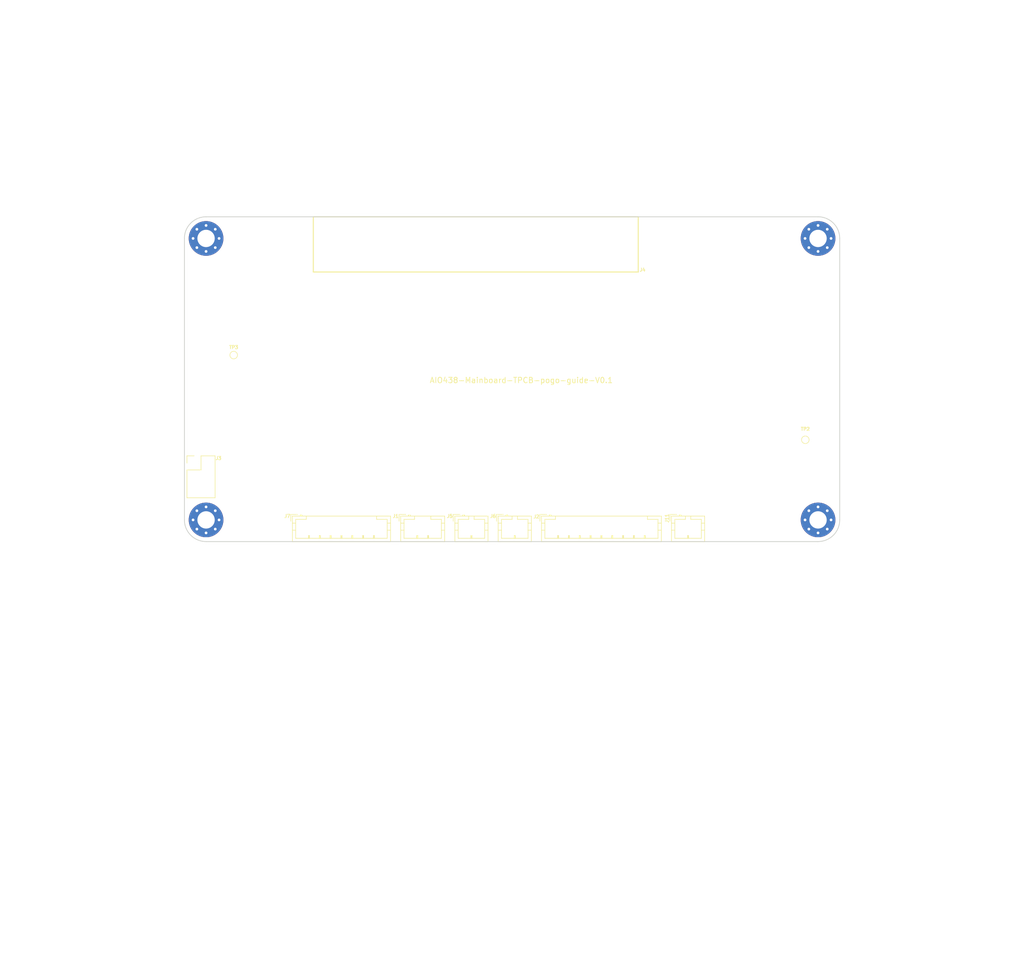
<source format=kicad_pcb>
(kicad_pcb (version 20211014) (generator pcbnew)
  (layers (0 "F.Cu" signal) (31 "B.Cu" signal) (34 "B.Paste" user) (35 "F.Paste" user) (36 "B.SilkS" user "B.Silkscreen") (37 "F.SilkS" user "F.Silkscreen") (38 "B.Mask" user) (39 "F.Mask" user) (44 "Edge.Cuts" user))
  (net 0 "")
  (net 1 "GND")
  (net 2 "/MTM/A0")
  (net 3 "/Mainboard (DUT)/Vin")
  (net 4 "/MTM/D3")
  (net 5 "/MTM/D4")
  (net 6 "/MTM/D5")
  (net 8 "/MTM/D6")
  (net 9 "/MTM/D7")
  (net 10 "/Mainboard (DUT)/I2S_SDIN")
  (net 11 "/Mainboard (DUT)/I2S_SCLK")
  (net 12 "/Mainboard (DUT)/I2S_LRCLK")
  (net 13 "/Mainboard (DUT)/AUX_GND")
  (net 14 "/Mainboard (DUT)/SPI_MISO0")
  (net 16 "/MTM/D2")
  (net 18 "/MTM/D1")
  (net 20 "/MTM/D0")
  (net 21 "Net-(J7-Pad3)")
  (net 27 "Net-(J11-Pad1)")
  (net 28 "/Mainboard (DUT)/SPI_CLK0")
  (net 29 "/Mainboard (DUT)/SPI_MOSI0")
  (net 30 "/Mainboard (DUT)/RESET")
  (net 31 "/MTM/A1")
  (net 32 "/MTM/A2")
  (net 37 "Net-(J3-Pad2)")
  (net 38 "/Mainboard (DUT)/AUX_L")
  (net 39 "/Mainboard (DUT)/AUX_R")
  (net 40 "/Mainboard (DUT)/A+")
  (net 41 "/Mainboard (DUT)/A-")
  (net 42 "/Mainboard (DUT)/B-")
  (net 43 "/Mainboard (DUT)/B+")
  (net 44 "/Mainboard (DUT)/C+")
  (net 45 "/Mainboard (DUT)/C-")
  (net 46 "/Mainboard (DUT)/D-")
  (net 47 "/Mainboard (DUT)/D+")
  (net 48 "/MTM/D8")
  (footprint "zoudio_footprints:Multicomp_12P_5mm" (layer "F.Cu") (at 207.1 106.2 180)
    (fp_text reference "J4" (at -30.8 -4.4 180) (layer "F.SilkS") (effects (font (size 0.6 0.6))))
    (fp_text value "5mm screwterminal 01x12" hide)
    (fp_line (start -30 -4.8) (end 30 -4.8) (layer "F.SilkS") (width 0.2))
    (fp_line (start 30 -4.8) (end 30 5.4) (layer "F.SilkS") (width 0.2))
    (fp_line (start -30 5.4) (end -30 -4.8) (layer "F.SilkS") (width 0.2))
    (fp_line (start 30 5.4) (end -30 5.4) (layer "F.SilkS") (width 0.2))
    (pad "" np_thru_hole circle (at -12.75 0 180) (size 0.95 0.95) (drill 0.95) (layers F&B.Cu *.Mask) (net 44 "/Mainboard (DUT)/C+"))
    (pad "" np_thru_hole circle (at -2.5 0 180) (size 0.95 0.95) (drill 0.95) (layers F&B.Cu *.Mask) (net 42 "/Mainboard (DUT)/B-"))
    (pad "" np_thru_hole circle (at 7.75 0 180) (size 0.95 0.95) (drill 0.95) (layers F&B.Cu *.Mask) (net 40 "/Mainboard (DUT)/A+"))
    (pad "" np_thru_hole circle (at 22.75 0 180) (size 0.95 0.95) (drill 0.95) (layers F&B.Cu *.Mask) (net 3 "/Mainboard (DUT)/Vin"))
    (pad "" np_thru_hole circle (at 12.75 0 180) (size 0.95 0.95) (drill 0.95) (layers F&B.Cu *.Mask) (net 1 "GND"))
    (pad "" np_thru_hole circle (at -17.75 0 180) (size 0.95 0.95) (drill 0.95) (layers F&B.Cu *.Mask) (net 45 "/Mainboard (DUT)/C-"))
    (pad "" np_thru_hole circle (at -27.76 0 180) (size 0.95 0.95) (drill 0.95) (layers F&B.Cu *.Mask) (net 47 "/Mainboard (DUT)/D+"))
    (pad "" np_thru_hole circle (at 2.5 0 180) (size 0.95 0.95) (drill 0.95) (layers F&B.Cu *.Mask) (net 41 "/Mainboard (DUT)/A-"))
    (pad "" np_thru_hole circle (at 17.75 0 180) (size 0.95 0.95) (drill 0.95) (layers F&B.Cu *.Mask) (net 3 "/Mainboard (DUT)/Vin"))
    (pad "" np_thru_hole circle (at -7.75 0 180) (size 0.95 0.95) (drill 0.95) (layers F&B.Cu *.Mask) (net 43 "/Mainboard (DUT)/B+"))
    (pad "" np_thru_hole circle (at 27.75 0 180) (size 0.95 0.95) (drill 0.95) (layers F&B.Cu *.Mask))
    (pad "" np_thru_hole circle (at -22.75 0 180) (size 0.95 0.95) (drill 0.95) (layers F&B.Cu *.Mask) (net 46 "/Mainboard (DUT)/D-"))
  )
  (footprint "Connector_JST:JST_PH_B2B-PH-K_1x02_P2.00mm_Vertical" (layer "F.Cu") (at 205.3 157.9)
    (fp_text reference "J5" (at -3 -1.8) (layer "F.SilkS") (effects (font (size 0.6 0.6))))
    (fp_text value "JST-PH 01x02")
    (fp_line (start -0.6 -2.01) (end -0.6 -1.81) (layer "F.SilkS") (width 0.12))
    (fp_line (start 1.1 1.8) (end 1.1 2.3) (layer "F.SilkS") (width 0.12))
    (fp_line (start -1.45 2.3) (end 3.45 2.3) (layer "F.SilkS") (width 0.12))
    (fp_line (start 4.06 2.91) (end 4.06 -1.81) (layer "F.SilkS") (width 0.12))
    (fp_line (start -0.3 -2.01) (end -0.6 -2.01) (layer "F.SilkS") (width 0.12))
    (fp_line (start 0.5 -1.2) (end -1.45 -1.2) (layer "F.SilkS") (width 0.12))
    (fp_line (start -2.06 -1.81) (end -2.06 2.91) (layer "F.SilkS") (width 0.12))
    (fp_line (start -0.3 -1.91) (end -0.6 -1.91) (layer "F.SilkS") (width 0.12))
    (fp_line (start 1.5 -1.2) (end 1.5 -1.81) (layer "F.SilkS") (width 0.12))
    (fp_line (start -1.11 -2.11) (end -2.36 -2.11) (layer "F.SilkS") (width 0.12))
    (fp_line (start 1 2.3) (end 1 1.8) (layer "F.SilkS") (width 0.12))
    (fp_line (start 4.06 -0.5) (end 3.45 -0.5) (layer "F.SilkS") (width 0.12))
    (fp_line (start 4.06 -1.81) (end -2.06 -1.81) (layer "F.SilkS") (width 0.12))
    (fp_line (start -2.06 0.8) (end -1.45 0.8) (layer "F.SilkS") (width 0.12))
    (fp_line (start -0.3 -1.81) (end -0.3 -2.01) (layer "F.SilkS") (width 0.12))
    (fp_line (start 3.45 2.3) (end 3.45 -1.2) (layer "F.SilkS") (width 0.12))
    (fp_line (start 3.45 -1.2) (end 1.5 -1.2) (layer "F.SilkS") (width 0.12))
    (fp_line (start 0.5 -1.81) (end 0.5 -1.2) (layer "F.SilkS") (width 0.12))
    (fp_line (start -1.45 -1.2) (end -1.45 2.3) (layer "F.SilkS") (width 0.12))
    (fp_line (start 0.9 2.3) (end 0.9 1.8) (layer "F.SilkS") (width 0.12))
    (fp_line (start 4.06 0.8) (end 3.45 0.8) (layer "F.SilkS") (width 0.12))
    (fp_line (start -2.36 -2.11) (end -2.36 -0.86) (layer "F.SilkS") (width 0.12))
    (fp_line (start 0.9 1.8) (end 1.1 1.8) (layer "F.SilkS") (width 0.12))
    (fp_line (start -2.06 -0.5) (end -1.45 -0.5) (layer "F.SilkS") (width 0.12))
    (fp_line (start -2.06 2.91) (end 4.06 2.91) (layer "F.SilkS") (width 0.12))
    (pad "" np_thru_hole circle locked (at 2 0) (size 0.95 0.95) (drill 0.95) (layers F&B.Cu *.Mask) (net 9 "/MTM/D7"))
    (pad "" np_thru_hole circle locked (at 0 0) (size 0.95 0.95) (drill 0.95) (layers F&B.Cu *.Mask))
  )
  (footprint "Connector_JST:JST_PH_B2B-PH-K_1x02_P2.00mm_Vertical" (layer "F.Cu") (at 213.3 157.9)
    (fp_text reference "J6" (at -3 -1.8) (layer "F.SilkS") (effects (font (size 0.6 0.6))))
    (fp_text value "JST-PH 01x02")
    (fp_line (start 1.1 1.8) (end 1.1 2.3) (layer "F.SilkS") (width 0.12))
    (fp_line (start 1 2.3) (end 1 1.8) (layer "F.SilkS") (width 0.12))
    (fp_line (start 3.45 2.3) (end 3.45 -1.2) (layer "F.SilkS") (width 0.12))
    (fp_line (start -2.06 0.8) (end -1.45 0.8) (layer "F.SilkS") (width 0.12))
    (fp_line (start -2.06 -1.81) (end -2.06 2.91) (layer "F.SilkS") (width 0.12))
    (fp_line (start 4.06 -0.5) (end 3.45 -0.5) (layer "F.SilkS") (width 0.12))
    (fp_line (start -0.3 -1.81) (end -0.3 -2.01) (layer "F.SilkS") (width 0.12))
    (fp_line (start 0.5 -1.81) (end 0.5 -1.2) (layer "F.SilkS") (width 0.12))
    (fp_line (start 1.5 -1.2) (end 1.5 -1.81) (layer "F.SilkS") (width 0.12))
    (fp_line (start 0.9 1.8) (end 1.1 1.8) (layer "F.SilkS") (width 0.12))
    (fp_line (start -1.11 -2.11) (end -2.36 -2.11) (layer "F.SilkS") (width 0.12))
    (fp_line (start -1.45 -1.2) (end -1.45 2.3) (layer "F.SilkS") (width 0.12))
    (fp_line (start -2.06 2.91) (end 4.06 2.91) (layer "F.SilkS") (width 0.12))
    (fp_line (start -0.3 -1.91) (end -0.6 -1.91) (layer "F.SilkS") (width 0.12))
    (fp_line (start -0.3 -2.01) (end -0.6 -2.01) (layer "F.SilkS") (width 0.12))
    (fp_line (start 3.45 -1.2) (end 1.5 -1.2) (layer "F.SilkS") (width 0.12))
    (fp_line (start 0.9 2.3) (end 0.9 1.8) (layer "F.SilkS") (width 0.12))
    (fp_line (start -1.45 2.3) (end 3.45 2.3) (layer "F.SilkS") (width 0.12))
    (fp_line (start -0.6 -2.01) (end -0.6 -1.81) (layer "F.SilkS") (width 0.12))
    (fp_line (start 0.5 -1.2) (end -1.45 -1.2) (layer "F.SilkS") (width 0.12))
    (fp_line (start -2.36 -2.11) (end -2.36 -0.86) (layer "F.SilkS") (width 0.12))
    (fp_line (start 4.06 0.8) (end 3.45 0.8) (layer "F.SilkS") (width 0.12))
    (fp_line (start -2.06 -0.5) (end -1.45 -0.5) (layer "F.SilkS") (width 0.12))
    (fp_line (start 4.06 -1.81) (end -2.06 -1.81) (layer "F.SilkS") (width 0.12))
    (fp_line (start 4.06 2.91) (end 4.06 -1.81) (layer "F.SilkS") (width 0.12))
    (pad "" np_thru_hole circle locked (at 2 0) (size 0.95 0.95) (drill 0.95) (layers F&B.Cu *.Mask) (net 8 "/MTM/D6"))
    (pad "" np_thru_hole circle locked (at 0 0) (size 0.95 0.95) (drill 0.95) (layers F&B.Cu *.Mask))
  )
  (footprint "Connector_JST:JST_PH_B10B-PH-K_1x10_P2.00mm_Vertical" (layer "F.Cu") (at 221.3 157.9)
    (fp_text reference "J2" (at -3 -1.7) (layer "F.SilkS") (effects (font (size 0.6 0.6))))
    (fp_text value "JST-PH 01x10")
    (fp_line (start 13 2.3) (end 13 1.8) (layer "F.SilkS") (width 0.12))
    (fp_line (start 15.1 1.8) (end 15.1 2.3) (layer "F.SilkS") (width 0.12))
    (fp_line (start -2.06 0.8) (end -1.45 0.8) (layer "F.SilkS") (width 0.12))
    (fp_line (start 4.9 2.3) (end 4.9 1.8) (layer "F.SilkS") (width 0.12))
    (fp_line (start 4.9 1.8) (end 5.1 1.8) (layer "F.SilkS") (width 0.12))
    (fp_line (start 11.1 1.8) (end 11.1 2.3) (layer "F.SilkS") (width 0.12))
    (fp_line (start 9 2.3) (end 9 1.8) (layer "F.SilkS") (width 0.12))
    (fp_line (start 17.1 1.8) (end 17.1 2.3) (layer "F.SilkS") (width 0.12))
    (fp_line (start 8.9 1.8) (end 9.1 1.8) (layer "F.SilkS") (width 0.12))
    (fp_line (start 0.5 -1.2) (end -1.45 -1.2) (layer "F.SilkS") (width 0.12))
    (fp_line (start 0.9 2.3) (end 0.9 1.8) (layer "F.SilkS") (width 0.12))
    (fp_line (start 5 2.3) (end 5 1.8) (layer "F.SilkS") (width 0.12))
    (fp_line (start -2.06 2.91) (end 20.06 2.91) (layer "F.SilkS") (width 0.12))
    (fp_line (start -0.6 -2.01) (end -0.6 -1.81) (layer "F.SilkS") (width 0.12))
    (fp_line (start 16.9 2.3) (end 16.9 1.8) (layer "F.SilkS") (width 0.12))
    (fp_line (start 3.1 1.8) (end 3.1 2.3) (layer "F.SilkS") (width 0.12))
    (fp_line (start 7 2.3) (end 7 1.8) (layer "F.SilkS") (width 0.12))
    (fp_line (start 12.9 1.8) (end 13.1 1.8) (layer "F.SilkS") (width 0.12))
    (fp_line (start -2.36 -2.11) (end -2.36 -0.86) (layer "F.SilkS") (width 0.12))
    (fp_line (start 11 2.3) (end 11 1.8) (layer "F.SilkS") (width 0.12))
    (fp_line (start 1 2.3) (end 1 1.8) (layer "F.SilkS") (width 0.12))
    (fp_line (start 20.06 -1.81) (end -2.06 -1.81) (layer "F.SilkS") (width 0.12))
    (fp_line (start 20.06 -0.5) (end 19.45 -0.5) (layer "F.SilkS") (width 0.12))
    (fp_line (start 6.9 2.3) (end 6.9 1.8) (layer "F.SilkS") (width 0.12))
    (fp_line (start 20.06 0.8) (end 19.45 0.8) (layer "F.SilkS") (width 0.12))
    (fp_line (start 1.1 1.8) (end 1.1 2.3) (layer "F.SilkS") (width 0.12))
    (fp_line (start 10.9 2.3) (end 10.9 1.8) (layer "F.SilkS") (width 0.12))
    (fp_line (start 6.9 1.8) (end 7.1 1.8) (layer "F.SilkS") (width 0.12))
    (fp_line (start 0.9 1.8) (end 1.1 1.8) (layer "F.SilkS") (width 0.12))
    (fp_line (start 14.9 1.8) (end 15.1 1.8) (layer "F.SilkS") (width 0.12))
    (fp_line (start -2.06 -1.81) (end -2.06 2.91) (layer "F.SilkS") (width 0.12))
    (fp_line (start 3 2.3) (end 3 1.8) (layer "F.SilkS") (width 0.12))
    (fp_line (start -0.3 -1.91) (end -0.6 -1.91) (layer "F.SilkS") (width 0.12))
    (fp_line (start 14.9 2.3) (end 14.9 1.8) (layer "F.SilkS") (width 0.12))
    (fp_line (start 2.9 1.8) (end 3.1 1.8) (layer "F.SilkS") (width 0.12))
    (fp_line (start 20.06 2.91) (end 20.06 -1.81) (layer "F.SilkS") (width 0.12))
    (fp_line (start 2.9 2.3) (end 2.9 1.8) (layer "F.SilkS") (width 0.12))
    (fp_line (start 17 2.3) (end 17 1.8) (layer "F.SilkS") (width 0.12))
    (fp_line (start 8.9 2.3) (end 8.9 1.8) (layer "F.SilkS") (width 0.12))
    (fp_line (start -1.45 -1.2) (end -1.45 2.3) (layer "F.SilkS") (width 0.12))
    (fp_line (start -2.06 -0.5) (end -1.45 -0.5) (layer "F.SilkS") (width 0.12))
    (fp_line (start 19.45 2.3) (end 19.45 -1.2) (layer "F.SilkS") (width 0.12))
    (fp_line (start 17.5 -1.2) (end 17.5 -1.81) (layer "F.SilkS") (width 0.12))
    (fp_line (start 7.1 1.8) (end 7.1 2.3) (layer "F.SilkS") (width 0.12))
    (fp_line (start -1.11 -2.11) (end -2.36 -2.11) (layer "F.SilkS") (width 0.12))
    (fp_line (start -1.45 2.3) (end 19.45 2.3) (layer "F.SilkS") (width 0.12))
    (fp_line (start 16.9 1.8) (end 17.1 1.8) (layer "F.SilkS") (width 0.12))
    (fp_line (start -0.3 -2.01) (end -0.6 -2.01) (layer "F.SilkS") (width 0.12))
    (fp_line (start 12.9 2.3) (end 12.9 1.8) (layer "F.SilkS") (width 0.12))
    (fp_line (start 13.1 1.8) (end 13.1 2.3) (layer "F.SilkS") (width 0.12))
    (fp_line (start 0.5 -1.81) (end 0.5 -1.2) (layer "F.SilkS") (width 0.12))
    (fp_line (start 9.1 1.8) (end 9.1 2.3) (layer "F.SilkS") (width 0.12))
    (fp_line (start 19.45 -1.2) (end 17.5 -1.2) (layer "F.SilkS") (width 0.12))
    (fp_line (start -0.3 -1.81) (end -0.3 -2.01) (layer "F.SilkS") (width 0.12))
    (fp_line (start 15 2.3) (end 15 1.8) (layer "F.SilkS") (width 0.12))
    (fp_line (start 5.1 1.8) (end 5.1 2.3) (layer "F.SilkS") (width 0.12))
    (fp_line (start 10.9 1.8) (end 11.1 1.8) (layer "F.SilkS") (width 0.12))
    (pad "" np_thru_hole circle locked (at 2 0) (size 0.95 0.95) (drill 0.95) (layers F&B.Cu *.Mask) (net 5 "/MTM/D4"))
    (pad "" np_thru_hole circle locked (at 14 0) (size 0.95 0.95) (drill 0.95) (layers F&B.Cu *.Mask) (net 38 "/Mainboard (DUT)/AUX_L"))
    (pad "" np_thru_hole circle locked (at 12 0) (size 0.95 0.95) (drill 0.95) (layers F&B.Cu *.Mask) (net 2 "/MTM/A0"))
    (pad "" np_thru_hole circle locked (at 16 0) (size 0.95 0.95) (drill 0.95) (layers F&B.Cu *.Mask) (net 13 "/Mainboard (DUT)/AUX_GND"))
    (pad "" np_thru_hole circle locked (at 8 0) (size 0.95 0.95) (drill 0.95) (layers F&B.Cu *.Mask) (net 16 "/MTM/D2"))
    (pad "" np_thru_hole circle locked (at 10 0) (size 0.95 0.95) (drill 0.95) (layers F&B.Cu *.Mask) (net 18 "/MTM/D1"))
    (pad "" np_thru_hole circle locked (at 0 0) (size 0.95 0.95) (drill 0.95) (layers F&B.Cu *.Mask) (net 6 "/MTM/D5"))
    (pad "" np_thru_hole circle locked (at 18 0) (size 0.95 0.95) (drill 0.95) (layers F&B.Cu *.Mask) (net 39 "/Mainboard (DUT)/AUX_R"))
    (pad "" np_thru_hole circle locked (at 4 0) (size 0.95 0.95) (drill 0.95) (layers F&B.Cu *.Mask) (net 4 "/MTM/D3"))
    (pad "" np_thru_hole circle locked (at 6 0) (size 0.95 0.95) (drill 0.95) (layers F&B.Cu *.Mask))
  )
  (footprint "MountingHole:MountingHole_3.2mm_M3_Pad_Via" (layer "F.Cu") (at 157.3 104.8)
    (fp_text reference "H1" hide)
    (fp_text value "Mounting hole")
    (pad "1" thru_hole circle (at 1.697056 -1.697056) (size 0.8 0.8) (drill 0.5) (layers *.Cu *.Mask))
    (pad "1" thru_hole circle (at 2.4 0) (size 0.8 0.8) (drill 0.5) (layers *.Cu *.Mask))
    (pad "1" thru_hole circle (at -1.697056 -1.697056) (size 0.8 0.8) (drill 0.5) (layers *.Cu *.Mask))
    (pad "1" thru_hole circle (at -1.697056 1.697056) (size 0.8 0.8) (drill 0.5) (layers *.Cu *.Mask))
    (pad "1" thru_hole circle (at -2.4 0) (size 0.8 0.8) (drill 0.5) (layers *.Cu *.Mask))
    (pad "1" thru_hole circle (at 0 0) (size 6.4 6.4) (drill 3.2) (layers *.Cu *.Mask))
    (pad "1" thru_hole circle (at 0 -2.4) (size 0.8 0.8) (drill 0.5) (layers *.Cu *.Mask))
    (pad "1" thru_hole circle (at 1.697056 1.697056) (size 0.8 0.8) (drill 0.5) (layers *.Cu *.Mask))
    (pad "1" thru_hole circle (at 0 2.4) (size 0.8 0.8) (drill 0.5) (layers *.Cu *.Mask))
  )
  (footprint "MountingHole:MountingHole_3.2mm_M3_Pad_Via" (layer "F.Cu") (at 270.3 104.8)
    (fp_text reference "H2" hide)
    (fp_text value "Mounting hole")
    (pad "1" thru_hole circle (at 2.4 0) (size 0.8 0.8) (drill 0.5) (layers *.Cu *.Mask))
    (pad "1" thru_hole circle (at -1.697056 1.697056) (size 0.8 0.8) (drill 0.5) (layers *.Cu *.Mask))
    (pad "1" thru_hole circle (at 0 0) (size 6.4 6.4) (drill 3.2) (layers *.Cu *.Mask))
    (pad "1" thru_hole circle (at 0 2.4) (size 0.8 0.8) (drill 0.5) (layers *.Cu *.Mask))
    (pad "1" thru_hole circle (at 0 -2.4) (size 0.8 0.8) (drill 0.5) (layers *.Cu *.Mask))
    (pad "1" thru_hole circle (at -2.4 0) (size 0.8 0.8) (drill 0.5) (layers *.Cu *.Mask))
    (pad "1" thru_hole circle (at 1.697056 1.697056) (size 0.8 0.8) (drill 0.5) (layers *.Cu *.Mask))
    (pad "1" thru_hole circle (at 1.697056 -1.697056) (size 0.8 0.8) (drill 0.5) (layers *.Cu *.Mask))
    (pad "1" thru_hole circle (at -1.697056 -1.697056) (size 0.8 0.8) (drill 0.5) (layers *.Cu *.Mask))
  )
  (footprint "MountingHole:MountingHole_3.2mm_M3_Pad_Via" (layer "F.Cu") (at 270.3 156.8)
    (fp_text reference "H3" hide)
    (fp_text value "Mounting hole")
    (pad "1" thru_hole circle (at 0 -2.4) (size 0.8 0.8) (drill 0.5) (layers *.Cu *.Mask))
    (pad "1" thru_hole circle (at 0 2.4) (size 0.8 0.8) (drill 0.5) (layers *.Cu *.Mask))
    (pad "1" thru_hole circle (at 2.4 0) (size 0.8 0.8) (drill 0.5) (layers *.Cu *.Mask))
    (pad "1" thru_hole circle (at -2.4 0) (size 0.8 0.8) (drill 0.5) (layers *.Cu *.Mask))
    (pad "1" thru_hole circle (at 1.697056 1.697056) (size 0.8 0.8) (drill 0.5) (layers *.Cu *.Mask))
    (pad "1" thru_hole circle (at -1.697056 -1.697056) (size 0.8 0.8) (drill 0.5) (layers *.Cu *.Mask))
    (pad "1" thru_hole circle (at 0 0) (size 6.4 6.4) (drill 3.2) (layers *.Cu *.Mask))
    (pad "1" thru_hole circle (at 1.697056 -1.697056) (size 0.8 0.8) (drill 0.5) (layers *.Cu *.Mask))
    (pad "1" thru_hole circle (at -1.697056 1.697056) (size 0.8 0.8) (drill 0.5) (layers *.Cu *.Mask))
  )
  (footprint "Connector_JST:JST_PH_B2B-PH-K_1x02_P2.00mm_Vertical" (layer "F.Cu") (at 245.3 157.9)
    (fp_text reference "J11" (at -2.9 -1.4 270) (layer "F.SilkS") (effects (font (size 0.6 0.6))))
    (fp_text value "JST-PH 01x02")
    (fp_line (start 0.5 -1.81) (end 0.5 -1.2) (layer "F.SilkS") (width 0.12))
    (fp_line (start -0.6 -2.01) (end -0.6 -1.81) (layer "F.SilkS") (width 0.12))
    (fp_line (start 4.06 -0.5) (end 3.45 -0.5) (layer "F.SilkS") (width 0.12))
    (fp_line (start -0.3 -2.01) (end -0.6 -2.01) (layer "F.SilkS") (width 0.12))
    (fp_line (start 4.06 -1.81) (end -2.06 -1.81) (layer "F.SilkS") (width 0.12))
    (fp_line (start 1 2.3) (end 1 1.8) (layer "F.SilkS") (width 0.12))
    (fp_line (start -1.45 2.3) (end 3.45 2.3) (layer "F.SilkS") (width 0.12))
    (fp_line (start -2.06 -1.81) (end -2.06 2.91) (layer "F.SilkS") (width 0.12))
    (fp_line (start -2.06 2.91) (end 4.06 2.91) (layer "F.SilkS") (width 0.12))
    (fp_line (start 0.5 -1.2) (end -1.45 -1.2) (layer "F.SilkS") (width 0.12))
    (fp_line (start 0.9 1.8) (end 1.1 1.8) (layer "F.SilkS") (width 0.12))
    (fp_line (start -1.45 -1.2) (end -1.45 2.3) (layer "F.SilkS") (width 0.12))
    (fp_line (start 4.06 0.8) (end 3.45 0.8) (layer "F.SilkS") (width 0.12))
    (fp_line (start 3.45 2.3) (end 3.45 -1.2) (layer "F.SilkS") (width 0.12))
    (fp_line (start -2.36 -2.11) (end -2.36 -0.86) (layer "F.SilkS") (width 0.12))
    (fp_line (start 1.5 -1.2) (end 1.5 -1.81) (layer "F.SilkS") (width 0.12))
    (fp_line (start -2.06 0.8) (end -1.45 0.8) (layer "F.SilkS") (width 0.12))
    (fp_line (start -1.11 -2.11) (end -2.36 -2.11) (layer "F.SilkS") (width 0.12))
    (fp_line (start 1.1 1.8) (end 1.1 2.3) (layer "F.SilkS") (width 0.12))
    (fp_line (start -2.06 -0.5) (end -1.45 -0.5) (layer "F.SilkS") (width 0.12))
    (fp_line (start 4.06 2.91) (end 4.06 -1.81) (layer "F.SilkS") (width 0.12))
    (fp_line (start 3.45 -1.2) (end 1.5 -1.2) (layer "F.SilkS") (width 0.12))
    (fp_line (start -0.3 -1.81) (end -0.3 -2.01) (layer "F.SilkS") (width 0.12))
    (fp_line (start 0.9 2.3) (end 0.9 1.8) (layer "F.SilkS") (width 0.12))
    (fp_line (start -0.3 -1.91) (end -0.6 -1.91) (layer "F.SilkS") (width 0.12))
    (pad "" np_thru_hole circle locked (at 2 0) (size 0.95 0.95) (drill 0.95) (layers F&B.Cu *.Mask) (net 20 "/MTM/D0"))
    (pad "" np_thru_hole circle locked (at 0 0) (size 0.95 0.95) (drill 0.95) (layers F&B.Cu *.Mask) (net 27 "Net-(J11-Pad1)"))
  )
  (footprint "Connector_JST:JST_PH_B3B-PH-K_1x03_P2.00mm_Vertical" (layer "F.Cu") (at 195.3 157.9)
    (fp_text reference "J1" (at -3 -1.8) (layer "F.SilkS") (effects (font (size 0.6 0.6))))
    (fp_text value "JST-PH 01x03")
    (fp_line (start 5.45 -1.2) (end 3.5 -1.2) (layer "F.SilkS") (width 0.12))
    (fp_line (start 6.06 2.91) (end 6.06 -1.81) (layer "F.SilkS") (width 0.12))
    (fp_line (start 2.9 2.3) (end 2.9 1.8) (layer "F.SilkS") (width 0.12))
    (fp_line (start 3.1 1.8) (end 3.1 2.3) (layer "F.SilkS") (width 0.12))
    (fp_line (start 5.45 2.3) (end 5.45 -1.2) (layer "F.SilkS") (width 0.12))
    (fp_line (start 0.9 1.8) (end 1.1 1.8) (layer "F.SilkS") (width 0.12))
    (fp_line (start -0.3 -2.01) (end -0.6 -2.01) (layer "F.SilkS") (width 0.12))
    (fp_line (start 3 2.3) (end 3 1.8) (layer "F.SilkS") (width 0.12))
    (fp_line (start 0.9 2.3) (end 0.9 1.8) (layer "F.SilkS") (width 0.12))
    (fp_line (start -0.6 -2.01) (end -0.6 -1.81) (layer "F.SilkS") (width 0.12))
    (fp_line (start 0.5 -1.2) (end -1.45 -1.2) (layer "F.SilkS") (width 0.12))
    (fp_line (start 1 2.3) (end 1 1.8) (layer "F.SilkS") (width 0.12))
    (fp_line (start 2.9 1.8) (end 3.1 1.8) (layer "F.SilkS") (width 0.12))
    (fp_line (start -1.45 -1.2) (end -1.45 2.3) (layer "F.SilkS") (width 0.12))
    (fp_line (start -0.3 -1.81) (end -0.3 -2.01) (layer "F.SilkS") (width 0.12))
    (fp_line (start 6.06 0.8) (end 5.45 0.8) (layer "F.SilkS") (width 0.12))
    (fp_line (start -1.45 2.3) (end 5.45 2.3) (layer "F.SilkS") (width 0.12))
    (fp_line (start 6.06 -0.5) (end 5.45 -0.5) (layer "F.SilkS") (width 0.12))
    (fp_line (start 1.1 1.8) (end 1.1 2.3) (layer "F.SilkS") (width 0.12))
    (fp_line (start -0.3 -1.91) (end -0.6 -1.91) (layer "F.SilkS") (width 0.12))
    (fp_line (start 6.06 -1.81) (end -2.06 -1.81) (layer "F.SilkS") (width 0.12))
    (fp_line (start -2.06 -1.81) (end -2.06 2.91) (layer "F.SilkS") (width 0.12))
    (fp_line (start -2.06 0.8) (end -1.45 0.8) (layer "F.SilkS") (width 0.12))
    (fp_line (start -2.06 -0.5) (end -1.45 -0.5) (layer "F.SilkS") (width 0.12))
    (fp_line (start -2.06 2.91) (end 6.06 2.91) (layer "F.SilkS") (width 0.12))
    (fp_line (start 0.5 -1.81) (end 0.5 -1.2) (layer "F.SilkS") (width 0.12))
    (fp_line (start 3.5 -1.2) (end 3.5 -1.81) (layer "F.SilkS") (width 0.12))
    (fp_line (start -2.36 -2.11) (end -2.36 -0.86) (layer "F.SilkS") (width 0.12))
    (fp_line (start -1.11 -2.11) (end -2.36 -2.11) (layer "F.SilkS") (width 0.12))
    (pad "" np_thru_hole circle locked (at 0 0) (size 0.95 0.95) (drill 0.95) (layers F&B.Cu *.Mask) (net 10 "/Mainboard (DUT)/I2S_SDIN"))
    (pad "" np_thru_hole circle locked (at 2 0) (size 0.95 0.95) (drill 0.95) (layers F&B.Cu *.Mask) (net 11 "/Mainboard (DUT)/I2S_SCLK"))
    (pad "" np_thru_hole circle locked (at 4 0) (size 0.95 0.95) (drill 0.95) (layers F&B.Cu *.Mask) (net 12 "/Mainboard (DUT)/I2S_LRCLK"))
  )
  (footprint "Connector_PinHeader_2.54mm:PinHeader_2x03_P2.54mm_Vertical" (layer "F.Cu") (at 155.1 146.3)
    (fp_text reference "J3" (at 4.5 -0.9) (layer "F.SilkS") (effects (font (size 0.6 0.6))))
    (fp_text value "PinHeader 02x03")
    (fp_line (start -1.33 -1.33) (end 0 -1.33) (layer "F.SilkS") (width 0.12))
    (fp_line (start 1.27 1.27) (end 1.27 -1.33) (layer "F.SilkS") (width 0.12))
    (fp_line (start -1.33 1.27) (end -1.33 6.41) (layer "F.SilkS") (width 0.12))
    (fp_line (start -1.33 0) (end -1.33 -1.33) (layer "F.SilkS") (width 0.12))
    (fp_line (start 3.87 -1.33) (end 3.87 6.41) (layer "F.SilkS") (width 0.12))
    (fp_line (start 1.27 -1.33) (end 3.87 -1.33) (layer "F.SilkS") (width 0.12))
    (fp_line (start -1.33 6.41) (end 3.87 6.41) (layer "F.SilkS") (width 0.12))
    (fp_line (start -1.33 1.27) (end 1.27 1.27) (layer "F.SilkS") (width 0.12))
    (pad "" np_thru_hole circle (at 0 0) (size 0.95 0.95) (drill 0.95) (layers F&B.Cu *.Mask) (net 14 "/Mainboard (DUT)/SPI_MISO0"))
    (pad "" np_thru_hole circle (at 0 2.54) (size 0.95 0.95) (drill 0.95) (layers F&B.Cu *.Mask) (net 28 "/Mainboard (DUT)/SPI_CLK0"))
    (pad "" np_thru_hole circle (at 2.54 0) (size 0.95 0.95) (drill 0.95) (layers F&B.Cu *.Mask) (net 37 "Net-(J3-Pad2)"))
    (pad "" np_thru_hole circle (at 2.54 2.54) (size 0.95 0.95) (drill 0.95) (layers F&B.Cu *.Mask) (net 29 "/Mainboard (DUT)/SPI_MOSI0"))
    (pad "" np_thru_hole circle (at 2.54 5.08) (size 0.95 0.95) (drill 0.95) (layers F&B.Cu *.Mask) (net 1 "GND"))
    (pad "" np_thru_hole circle (at 0 5.08) (size 0.95 0.95) (drill 0.95) (layers F&B.Cu *.Mask) (net 30 "/Mainboard (DUT)/RESET"))
  )
  (footprint "MountingHole:MountingHole_3.2mm_M3_Pad_Via" (layer "F.Cu") (at 157.3 156.8)
    (fp_text reference "H4" hide)
    (fp_text value "Mounting hole")
    (pad "1" thru_hole circle (at 0 -2.4) (size 0.8 0.8) (drill 0.5) (layers *.Cu *.Mask))
    (pad "1" thru_hole circle (at 2.4 0) (size 0.8 0.8) (drill 0.5) (layers *.Cu *.Mask))
    (pad "1" thru_hole circle (at 1.697056 -1.697056) (size 0.8 0.8) (drill 0.5) (layers *.Cu *.Mask))
    (pad "1" thru_hole circle (at -1.697056 1.697056) (size 0.8 0.8) (drill 0.5) (layers *.Cu *.Mask))
    (pad "1" thru_hole circle (at -1.697056 -1.697056) (size 0.8 0.8) (drill 0.5) (layers *.Cu *.Mask))
    (pad "1" thru_hole circle (at -2.4 0) (size 0.8 0.8) (drill 0.5) (layers *.Cu *.Mask))
    (pad "1" thru_hole circle (at 0 0) (size 6.4 6.4) (drill 3.2) (layers *.Cu *.Mask))
    (pad "1" thru_hole circle (at 0 2.4) (size 0.8 0.8) (drill 0.5) (layers *.Cu *.Mask))
    (pad "1" thru_hole circle (at 1.697056 1.697056) (size 0.8 0.8) (drill 0.5) (layers *.Cu *.Mask))
  )
  (footprint "Connector_JST:JST_PH_B8B-PH-K_1x08_P2.00mm_Vertical" (layer "F.Cu") (at 175.3 157.9)
    (fp_text reference "J7" (at -3 -1.8) (layer "F.SilkS") (effects (font (size 0.6 0.6))))
    (fp_text value "JST-PH 01x08")
    (fp_line (start -0.3 -1.91) (end -0.6 -1.91) (layer "F.SilkS") (width 0.12))
    (fp_line (start 13.5 -1.2) (end 13.5 -1.81) (layer "F.SilkS") (width 0.12))
    (fp_line (start 6.9 2.3) (end 6.9 1.8) (layer "F.SilkS") (width 0.12))
    (fp_line (start -1.45 -1.2) (end -1.45 2.3) (layer "F.SilkS") (width 0.12))
    (fp_line (start -2.06 2.91) (end 16.06 2.91) (layer "F.SilkS") (width 0.12))
    (fp_line (start 13.1 1.8) (end 13.1 2.3) (layer "F.SilkS") (width 0.12))
    (fp_line (start 15.45 -1.2) (end 13.5 -1.2) (layer "F.SilkS") (width 0.12))
    (fp_line (start -2.06 -1.81) (end -2.06 2.91) (layer "F.SilkS") (width 0.12))
    (fp_line (start 8.9 2.3) (end 8.9 1.8) (layer "F.SilkS") (width 0.12))
    (fp_line (start 11 2.3) (end 11 1.8) (layer "F.SilkS") (width 0.12))
    (fp_line (start 2.9 2.3) (end 2.9 1.8) (layer "F.SilkS") (width 0.12))
    (fp_line (start -1.45 2.3) (end 15.45 2.3) (layer "F.SilkS") (width 0.12))
    (fp_line (start -2.06 -0.5) (end -1.45 -0.5) (layer "F.SilkS") (width 0.12))
    (fp_line (start 12.9 1.8) (end 13.1 1.8) (layer "F.SilkS") (width 0.12))
    (fp_line (start 5 2.3) (end 5 1.8) (layer "F.SilkS") (width 0.12))
    (fp_line (start 4.9 2.3) (end 4.9 1.8) (layer "F.SilkS") (width 0.12))
    (fp_line (start 1 2.3) (end 1 1.8) (layer "F.SilkS") (width 0.12))
    (fp_line (start -2.36 -2.11) (end -2.36 -0.86) (layer "F.SilkS") (width 0.12))
    (fp_line (start 4.9 1.8) (end 5.1 1.8) (layer "F.SilkS") (width 0.12))
    (fp_line (start 0.5 -1.81) (end 0.5 -1.2) (layer "F.SilkS") (width 0.12))
    (fp_line (start 11.1 1.8) (end 11.1 2.3) (layer "F.SilkS") (width 0.12))
    (fp_line (start 16.06 -0.5) (end 15.45 -0.5) (layer "F.SilkS") (width 0.12))
    (fp_line (start 3 2.3) (end 3 1.8) (layer "F.SilkS") (width 0.12))
    (fp_line (start 6.9 1.8) (end 7.1 1.8) (layer "F.SilkS") (width 0.12))
    (fp_line (start 2.9 1.8) (end 3.1 1.8) (layer "F.SilkS") (width 0.12))
    (fp_line (start -0.3 -2.01) (end -0.6 -2.01) (layer "F.SilkS") (width 0.12))
    (fp_line (start 0.5 -1.2) (end -1.45 -1.2) (layer "F.SilkS") (width 0.12))
    (fp_line (start 7 2.3) (end 7 1.8) (layer "F.SilkS") (width 0.12))
    (fp_line (start -0.3 -1.81) (end -0.3 -2.01) (layer "F.SilkS") (width 0.12))
    (fp_line (start 13 2.3) (end 13 1.8) (layer "F.SilkS") (width 0.12))
    (fp_line (start 3.1 1.8) (end 3.1 2.3) (layer "F.SilkS") (width 0.12))
    (fp_line (start -0.6 -2.01) (end -0.6 -1.81) (layer "F.SilkS") (width 0.12))
    (fp_line (start 8.9 1.8) (end 9.1 1.8) (layer "F.SilkS") (width 0.12))
    (fp_line (start 16.06 2.91) (end 16.06 -1.81) (layer "F.SilkS") (width 0.12))
    (fp_line (start 7.1 1.8) (end 7.1 2.3) (layer "F.SilkS") (width 0.12))
    (fp_line (start 5.1 1.8) (end 5.1 2.3) (layer "F.SilkS") (width 0.12))
    (fp_line (start 12.9 2.3) (end 12.9 1.8) (layer "F.SilkS") (width 0.12))
    (fp_line (start 10.9 2.3) (end 10.9 1.8) (layer "F.SilkS") (width 0.12))
    (fp_line (start 15.45 2.3) (end 15.45 -1.2) (layer "F.SilkS") (width 0.12))
    (fp_line (start -1.11 -2.11) (end -2.36 -2.11) (layer "F.SilkS") (width 0.12))
    (fp_line (start 9.1 1.8) (end 9.1 2.3) (layer "F.SilkS") (width 0.12))
    (fp_line (start 0.9 2.3) (end 0.9 1.8) (layer "F.SilkS") (width 0.12))
    (fp_line (start 0.9 1.8) (end 1.1 1.8) (layer "F.SilkS") (width 0.12))
    (fp_line (start 9 2.3) (end 9 1.8) (layer "F.SilkS") (width 0.12))
    (fp_line (start 1.1 1.8) (end 1.1 2.3) (layer "F.SilkS") (width 0.12))
    (fp_line (start 10.9 1.8) (end 11.1 1.8) (layer "F.SilkS") (width 0.12))
    (fp_line (start 16.06 0.8) (end 15.45 0.8) (layer "F.SilkS") (width 0.12))
    (fp_line (start 16.06 -1.81) (end -2.06 -1.81) (layer "F.SilkS") (width 0.12))
    (fp_line (start -2.06 0.8) (end -1.45 0.8) (layer "F.SilkS") (width 0.12))
    (pad "" np_thru_hole circle locked (at 14 0) (size 0.95 0.95) (drill 0.95) (layers F&B.Cu *.Mask))
    (pad "" np_thru_hole circle locked (at 10 0) (size 0.95 0.95) (drill 0.95) (layers F&B.Cu *.Mask))
    (pad "" np_thru_hole circle locked (at 12 0) (size 0.95 0.95) (drill 0.95) (layers F&B.Cu *.Mask))
    (pad "" np_thru_hole circle locked (at 2 0) (size 0.95 0.95) (drill 0.95) (layers F&B.Cu *.Mask) (net 48 "/MTM/D8"))
    (pad "" np_thru_hole circle locked (at 6 0) (size 0.95 0.95) (drill 0.95) (layers F&B.Cu *.Mask))
    (pad "" np_thru_hole circle locked (at 8 0) (size 0.95 0.95) (drill 0.95) (layers F&B.Cu *.Mask))
    (pad "" np_thru_hole circle locked (at 0 0) (size 0.95 0.95) (drill 0.95) (layers F&B.Cu *.Mask))
    (pad "" np_thru_hole circle locked (at 4 0) (size 0.95 0.95) (drill 0.95) (layers F&B.Cu *.Mask) (net 21 "Net-(J7-Pad3)"))
  )
  (footprint "TestPoint:TestPoint_Pad_D1.0mm" (layer "F.Cu") (at 162.4 126.35)
    (fp_text reference "TP3" (at 0 -1.448) (layer "F.SilkS") (effects (font (size 0.6 0.6))))
    (fp_text value "test")
    (fp_circle (center 0 0) (end 0 0.7) (layer "F.SilkS") (width 0.12) (fill none))
    (pad "" np_thru_hole circle (at 0 0) (size 0.95 0.95) (drill 0.95) (layers F&B.Cu *.Mask) (net 32 "/MTM/A2"))
  )
  (footprint "TestPoint:TestPoint_Pad_D1.0mm" (layer "F.Cu") (at 267.95 142)
    (fp_text reference "TP2" (at 0 -2) (layer "F.SilkS") (effects (font (size 0.6 0.6))))
    (fp_text value "test")
    (fp_circle (center 0 0) (end 0 0.7) (layer "F.SilkS") (width 0.12) (fill none))
    (pad "" np_thru_hole circle (at 0 0) (size 0.95 0.95) (drill 0.95) (layers F&B.Cu *.Mask) (net 31 "/MTM/A1"))
  )
  (gr_line (start 153.3 104.8) (end 153.3 156.8) (layer "Edge.Cuts") (width 0.15))
  (gr_arc (start 157.3 160.8) (mid 154.471573 159.628427) (end 153.3 156.8) (layer "Edge.Cuts") (width 0.15))
  (gr_arc (start 274.3 156.8) (mid 273.128427 159.628427) (end 270.3 160.8) (layer "Edge.Cuts") (width 0.15))
  (gr_line (start 157.3 160.8) (end 270.3 160.8) (layer "Edge.Cuts") (width 0.15))
  (gr_line (start 157.3 100.8) (end 270.3 100.8) (layer "Edge.Cuts") (width 0.15))
  (gr_arc (start 153.3 104.8) (mid 154.471573 101.971573) (end 157.3 100.8) (layer "Edge.Cuts") (width 0.15))
  (gr_line (start 274.3 156.8) (end 274.3 104.8) (layer "Edge.Cuts") (width 0.15))
  (gr_arc (start 270.3 100.8) (mid 273.128427 101.971573) (end 274.3 104.8) (layer "Edge.Cuts") (width 0.15))
  (gr_text "AIO438-Mainboard-TPCB-pogo-guide-V0.1" (at 215.5 131) (layer "F.SilkS") (effects (font (size 1 1))))
)
</source>
